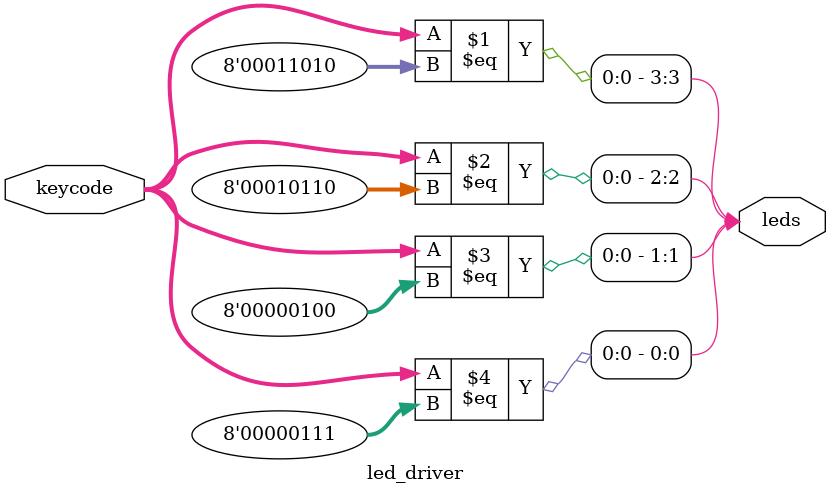
<source format=sv>
module led_driver (
	input [7:0] keycode,
	output logic [3:0] leds
);

assign leds[3] = keycode == 8'h1a;
assign leds[2] = keycode == 8'h16;
assign leds[1] = keycode == 8'h04;
assign leds[0] = keycode == 8'h07;

endmodule : led_driver
</source>
